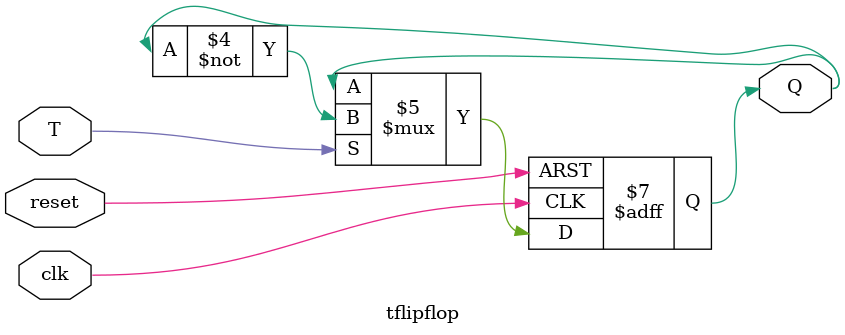
<source format=v>
module tflipflop(Q, T, clk, reset);
input T;
input clk;
input reset;
output reg Q;
always @(negedge clk or negedge reset)
begin
if (reset == 1'b0)
Q<=1'b0;
else if (T==1'b1)
Q<=~Q;
end
endmodule

</source>
